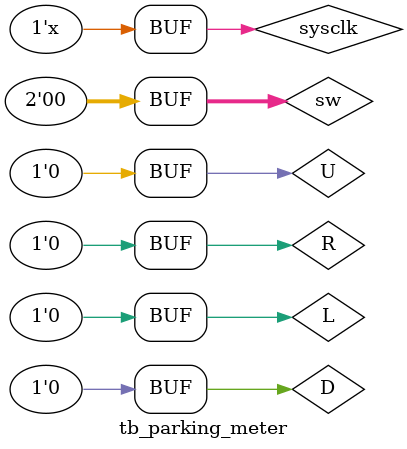
<source format=v>
`timescale 1ns / 1ps


module tb_parking_meter(

    );

	reg sysclk;
	reg [1:0]sw;
	reg U;
	reg L;
	reg R;
	reg D;
	
	wire [7:0]cathodes;
	wire [3:0] AN;
	initial begin
		sysclk = 1;
		U = 0;
		L = 0;
		R = 0;
		D = 0;
		sw = 2'b00; 
		#100000 U = 1;
		#40000 U = 0;
		#100000 U = 1;
		#40000 U = 0;
	end
	
	always #5 sysclk = ~sysclk;//10MHz
		
    
    parking_meter parking_meter1(sysclk, U, L, R,D,sw, cathodes, AN );
endmodule

</source>
